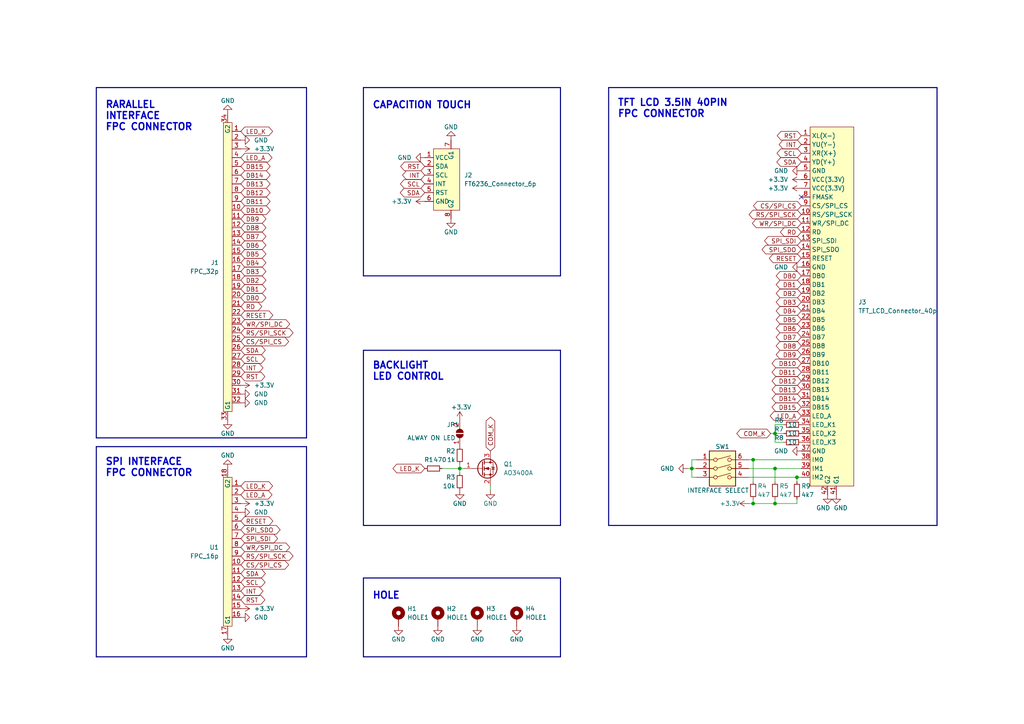
<source format=kicad_sch>
(kicad_sch (version 20211123) (generator eeschema)
  (paper "A4")
  (lib_symbols
    (symbol "Device:R_Small" (pin_numbers hide) (pin_names (offset 0.254) hide)
      (property "Reference" "R" (at 0.762 0.508 0))
      (property "Value" "R_Small" (at 0.762 -1.016 0))
      (symbol "R_Small_0_1"
        (rectangle (start -0.762 1.778) (end 0.762 -1.778) (stroke (width 0.2032)))
      )
      (symbol "R_Small_1_1"
        (pin passive line (at 0 2.54 270) (length 0.762) (name "~") (number "1"))
        (pin passive line (at 0 -2.54 90) (length 0.762) (name "~") (number "2"))
      )
    )
    (symbol "FPC_Connector:FPC_16p"
      (property "Reference" "U" (at -6.35 1.27 0))
      (property "Value" "FPC_16p" (at -6.35 -1.27 0))
      (symbol "FPC_16p_0_1"
        (rectangle (start -1.27 21.59) (end 1.27 -21.59) (fill (type background)))
      )
      (symbol "FPC_16p_1_1"
        (pin input line (at 3.81 19.05 180) (length 2.54) (name "") (number "1"))
        (pin input line (at 3.81 -3.81 180) (length 2.54) (name "") (number "10"))
        (pin input line (at 3.81 -6.35 180) (length 2.54) (name "") (number "11"))
        (pin input line (at 3.81 -8.89 180) (length 2.54) (name "") (number "12"))
        (pin input line (at 3.81 -11.43 180) (length 2.54) (name "") (number "13"))
        (pin input line (at 3.81 -13.97 180) (length 2.54) (name "") (number "14"))
        (pin input line (at 3.81 -16.51 180) (length 2.54) (name "") (number "15"))
        (pin input line (at 3.81 -19.05 180) (length 2.54) (name "") (number "16"))
        (pin input line (at 0 -24.13 90) (length 2.54) (name "G1") (number "17"))
        (pin input line (at 0 24.13 270) (length 2.54) (name "G2") (number "18"))
        (pin input line (at 3.81 16.51 180) (length 2.54) (name "") (number "2"))
        (pin input line (at 3.81 13.97 180) (length 2.54) (name "") (number "3"))
        (pin input line (at 3.81 11.43 180) (length 2.54) (name "") (number "4"))
        (pin input line (at 3.81 8.89 180) (length 2.54) (name "") (number "5"))
        (pin input line (at 3.81 6.35 180) (length 2.54) (name "") (number "6"))
        (pin input line (at 3.81 3.81 180) (length 2.54) (name "") (number "7"))
        (pin input line (at 3.81 1.27 180) (length 2.54) (name "") (number "8"))
        (pin input line (at 3.81 -1.27 180) (length 2.54) (name "") (number "9"))
      )
    )
    (symbol "FPC_Connector:FPC_32p"
      (property "Reference" "J" (at -6.35 1.27 0))
      (property "Value" "FPC_32p" (at -6.35 -1.27 0))
      (symbol "FPC_32p_0_1"
        (rectangle (start -1.27 39.37) (end 1.27 -44.45) (fill (type background)))
      )
      (symbol "FPC_32p_1_1"
        (pin input line (at 3.81 36.83 180) (length 2.54) (name "") (number "1"))
        (pin input line (at 3.81 13.97 180) (length 2.54) (name "") (number "10"))
        (pin input line (at 3.81 11.43 180) (length 2.54) (name "") (number "11"))
        (pin input line (at 3.81 8.89 180) (length 2.54) (name "") (number "12"))
        (pin input line (at 3.81 6.35 180) (length 2.54) (name "") (number "13"))
        (pin input line (at 3.81 3.81 180) (length 2.54) (name "") (number "14"))
        (pin input line (at 3.81 1.27 180) (length 2.54) (name "") (number "15"))
        (pin input line (at 3.81 -1.27 180) (length 2.54) (name "") (number "16"))
        (pin input line (at 3.81 -3.81 180) (length 2.54) (name "") (number "17"))
        (pin input line (at 3.81 -6.35 180) (length 2.54) (name "") (number "18"))
        (pin input line (at 3.81 -8.89 180) (length 2.54) (name "") (number "19"))
        (pin input line (at 3.81 34.29 180) (length 2.54) (name "") (number "2"))
        (pin input line (at 3.81 -11.43 180) (length 2.54) (name "") (number "20"))
        (pin input line (at 3.81 -13.97 180) (length 2.54) (name "") (number "21"))
        (pin input line (at 3.81 -16.51 180) (length 2.54) (name "") (number "22"))
        (pin input line (at 3.81 -19.05 180) (length 2.54) (name "") (number "23"))
        (pin input line (at 3.81 -21.59 180) (length 2.54) (name "") (number "24"))
        (pin input line (at 3.81 -24.13 180) (length 2.54) (name "") (number "25"))
        (pin input line (at 3.81 -26.67 180) (length 2.54) (name "") (number "26"))
        (pin input line (at 3.81 -29.21 180) (length 2.54) (name "") (number "27"))
        (pin input line (at 3.81 -31.75 180) (length 2.54) (name "") (number "28"))
        (pin input line (at 3.81 -34.29 180) (length 2.54) (name "") (number "29"))
        (pin input line (at 3.81 31.75 180) (length 2.54) (name "") (number "3"))
        (pin input line (at 3.81 -36.83 180) (length 2.54) (name "") (number "30"))
        (pin input line (at 3.81 -39.37 180) (length 2.54) (name "") (number "31"))
        (pin input line (at 3.81 -41.91 180) (length 2.54) (name "") (number "32"))
        (pin input line (at 0 -46.99 90) (length 2.54) (name "G1") (number "33"))
        (pin input line (at 0 41.91 270) (length 2.54) (name "G2") (number "34"))
        (pin input line (at 3.81 29.21 180) (length 2.54) (name "") (number "4"))
        (pin input line (at 3.81 26.67 180) (length 2.54) (name "") (number "5"))
        (pin input line (at 3.81 24.13 180) (length 2.54) (name "") (number "6"))
        (pin input line (at 3.81 21.59 180) (length 2.54) (name "") (number "7"))
        (pin input line (at 3.81 19.05 180) (length 2.54) (name "") (number "8"))
        (pin input line (at 3.81 16.51 180) (length 2.54) (name "") (number "9"))
      )
    )
    (symbol "Jumper:SolderJumper_2_Open" (pin_names (offset 0) hide)
      (property "Reference" "JP" (at 0 2.032 0))
      (property "Value" "SolderJumper_2_Open" (at 0 -2.54 0))
      (symbol "SolderJumper_2_Open_0_1"
        (arc (start -0.254 1.016) (mid -1.27 0) (end -0.254 -1.016))
        (arc (start -0.254 1.016) (mid -1.27 0) (end -0.254 -1.016) (fill (type outline)))
        (polyline (pts (xy -0.254 1.016) (xy -0.254 -1.016)))
        (polyline (pts (xy 0.254 1.016) (xy 0.254 -1.016)))
        (arc (start 0.254 -1.016) (mid 1.27 0) (end 0.254 1.016))
        (arc (start 0.254 -1.016) (mid 1.27 0) (end 0.254 1.016) (fill (type outline)))
      )
      (symbol "SolderJumper_2_Open_1_1"
        (pin passive line (at -3.81 0 0) (length 2.54) (name "A") (number "1"))
        (pin passive line (at 3.81 0 180) (length 2.54) (name "B") (number "2"))
      )
    )
    (symbol "Mechanical:MountingHole_Pad" (pin_numbers hide) (pin_names (offset 1.016) hide)
      (property "Reference" "H" (at 0 6.35 0))
      (property "Value" "MountingHole_Pad" (at 0 4.445 0))
      (symbol "MountingHole_Pad_0_1"
        (circle (center 0 1.27) (radius 1.27) (stroke (width 1.27)))
      )
      (symbol "MountingHole_Pad_1_1"
        (pin input line (at 0 -2.54 90) (length 2.54) (name "1") (number "1"))
      )
    )
    (symbol "Switch:SW_DIP_x03" (pin_names (offset 0) hide)
      (property "Reference" "SW" (at 0 8.89 0))
      (property "Value" "SW_DIP_x03" (at 0 -3.81 0))
      (symbol "SW_DIP_x03_0_0"
        (circle (center -2.032 0) (radius 0.508))
        (circle (center -2.032 2.54) (radius 0.508))
        (circle (center -2.032 5.08) (radius 0.508))
        (polyline (pts (xy -1.524 0.127) (xy 2.3622 1.1684)))
        (polyline (pts (xy -1.524 2.667) (xy 2.3622 3.7084)))
        (polyline (pts (xy -1.524 5.207) (xy 2.3622 6.2484)))
        (circle (center 2.032 0) (radius 0.508))
        (circle (center 2.032 2.54) (radius 0.508))
        (circle (center 2.032 5.08) (radius 0.508))
      )
      (symbol "SW_DIP_x03_0_1"
        (rectangle (start -3.81 7.62) (end 3.81 -2.54) (stroke (width 0.254)) (fill (type background)))
      )
      (symbol "SW_DIP_x03_1_1"
        (pin passive line (at -7.62 5.08 0) (length 5.08) (name "~") (number "1"))
        (pin passive line (at -7.62 2.54 0) (length 5.08) (name "~") (number "2"))
        (pin passive line (at -7.62 0 0) (length 5.08) (name "~") (number "3"))
        (pin passive line (at 7.62 0 180) (length 5.08) (name "~") (number "4"))
        (pin passive line (at 7.62 2.54 180) (length 5.08) (name "~") (number "5"))
        (pin passive line (at 7.62 5.08 180) (length 5.08) (name "~") (number "6"))
      )
    )
    (symbol "TFT_LCD_Connector:TFT_LCD_Connector_40p"
      (property "Reference" "J" (at 0 52.07 0))
      (property "Value" "TFT_LCD_Connector_40p" (at 0 50.8 0))
      (symbol "TFT_LCD_Connector_40p_0_1"
        (rectangle (start -6.35 49.53) (end 6.35 -54.61) (fill (type background)))
      )
      (symbol "TFT_LCD_Connector_40p_1_1"
        (pin input line (at 8.89 46.99 180) (length 2.54) (name "XL(X-)") (number "1"))
        (pin input line (at 8.89 24.13 180) (length 2.54) (name "RS/SPI_SCK") (number "10"))
        (pin input line (at 8.89 21.59 180) (length 2.54) (name "WR/SPI_DC") (number "11"))
        (pin input line (at 8.89 19.05 180) (length 2.54) (name "RD") (number "12"))
        (pin input line (at 8.89 16.51 180) (length 2.54) (name "SPI_SDI") (number "13"))
        (pin input line (at 8.89 13.97 180) (length 2.54) (name "SPI_SDO") (number "14"))
        (pin input line (at 8.89 11.43 180) (length 2.54) (name "RESET") (number "15"))
        (pin input line (at 8.89 8.89 180) (length 2.54) (name "GND") (number "16"))
        (pin input line (at 8.89 6.35 180) (length 2.54) (name "DB0") (number "17"))
        (pin input line (at 8.89 3.81 180) (length 2.54) (name "DB1") (number "18"))
        (pin input line (at 8.89 1.27 180) (length 2.54) (name "DB2") (number "19"))
        (pin input line (at 8.89 44.45 180) (length 2.54) (name "YU(Y-)") (number "2"))
        (pin input line (at 8.89 -1.27 180) (length 2.54) (name "DB3") (number "20"))
        (pin input line (at 8.89 -3.81 180) (length 2.54) (name "DB4") (number "21"))
        (pin input line (at 8.89 -6.35 180) (length 2.54) (name "DB5") (number "22"))
        (pin input line (at 8.89 -8.89 180) (length 2.54) (name "DB6") (number "23"))
        (pin input line (at 8.89 -11.43 180) (length 2.54) (name "DB7") (number "24"))
        (pin input line (at 8.89 -13.97 180) (length 2.54) (name "DB8") (number "25"))
        (pin input line (at 8.89 -16.51 180) (length 2.54) (name "DB9") (number "26"))
        (pin input line (at 8.89 -19.05 180) (length 2.54) (name "DB10") (number "27"))
        (pin input line (at 8.89 -21.59 180) (length 2.54) (name "DB11") (number "28"))
        (pin input line (at 8.89 -24.13 180) (length 2.54) (name "DB12") (number "29"))
        (pin input line (at 8.89 41.91 180) (length 2.54) (name "XR(X+)") (number "3"))
        (pin input line (at 8.89 -26.67 180) (length 2.54) (name "DB13") (number "30"))
        (pin input line (at 8.89 -29.21 180) (length 2.54) (name "DB14") (number "31"))
        (pin input line (at 8.89 -31.75 180) (length 2.54) (name "DB15") (number "32"))
        (pin input line (at 8.89 -34.29 180) (length 2.54) (name "LED_A") (number "33"))
        (pin input line (at 8.89 -36.83 180) (length 2.54) (name "LED_K1") (number "34"))
        (pin input line (at 8.89 -39.37 180) (length 2.54) (name "LED_K2") (number "35"))
        (pin input line (at 8.89 -41.91 180) (length 2.54) (name "LED_K3") (number "36"))
        (pin input line (at 8.89 -44.45 180) (length 2.54) (name "GND") (number "37"))
        (pin input line (at 8.89 -46.99 180) (length 2.54) (name "IM0") (number "38"))
        (pin input line (at 8.89 -49.53 180) (length 2.54) (name "IM1") (number "39"))
        (pin input line (at 8.89 39.37 180) (length 2.54) (name "YD(Y+)") (number "4"))
        (pin input line (at 8.89 -52.07 180) (length 2.54) (name "IM2") (number "40"))
        (pin input line (at -1.27 -57.15 90) (length 2.54) (name "G1") (number "41"))
        (pin input line (at 1.27 -57.15 90) (length 2.54) (name "G2") (number "42"))
        (pin input line (at 8.89 36.83 180) (length 2.54) (name "GND") (number "5"))
        (pin input line (at 8.89 34.29 180) (length 2.54) (name "VCC(3.3V)") (number "6"))
        (pin input line (at 8.89 31.75 180) (length 2.54) (name "VCC(3.3V)") (number "7"))
        (pin input line (at 8.89 29.21 180) (length 2.54) (name "FMASK") (number "8"))
        (pin input line (at 8.89 26.67 180) (length 2.54) (name "CS/SPI_CS") (number "9"))
      )
    )
    (symbol "TOUCH_FT6236:FT6236_Connector_6p"
      (property "Reference" "J" (at 0 15.24 0))
      (property "Value" "FT6236_Connector_6p" (at 0 13.97 0))
      (symbol "FT6236_Connector_6p_0_1"
        (rectangle (start -3.81 8.89) (end 3.81 -8.89) (fill (type background)))
      )
      (symbol "FT6236_Connector_6p_1_1"
        (pin input line (at 6.35 6.35 180) (length 2.54) (name "VCC") (number "1"))
        (pin input line (at 6.35 3.81 180) (length 2.54) (name "SDA") (number "2"))
        (pin input line (at 6.35 1.27 180) (length 2.54) (name "SCL") (number "3"))
        (pin input line (at 6.35 -1.27 180) (length 2.54) (name "INT") (number "4"))
        (pin input line (at 6.35 -3.81 180) (length 2.54) (name "RST") (number "5"))
        (pin input line (at 6.35 -6.35 180) (length 2.54) (name "GND") (number "6"))
        (pin input line (at -1.27 11.43 270) (length 2.54) (name "G1") (number "7"))
        (pin input line (at -1.27 -11.43 90) (length 2.54) (name "G2") (number "8"))
      )
    )
    (symbol "Transistor_FET:AO3400A" (pin_names hide)
      (property "Reference" "Q" (at 5.08 1.905 0))
      (property "Value" "AO3400A" (at 5.08 0 0))
      (symbol "AO3400A_0_1"
        (polyline (pts (xy 0.254 0) (xy -2.54 0)))
        (polyline (pts (xy 0.254 1.905) (xy 0.254 -1.905)) (stroke (width 0.254)))
        (polyline (pts (xy 0.762 -1.27) (xy 0.762 -2.286)) (stroke (width 0.254)))
        (polyline (pts (xy 0.762 0.508) (xy 0.762 -0.508)) (stroke (width 0.254)))
        (polyline (pts (xy 0.762 2.286) (xy 0.762 1.27)) (stroke (width 0.254)))
        (polyline (pts (xy 2.54 2.54) (xy 2.54 1.778)))
        (polyline (pts (xy 2.54 -2.54) (xy 2.54 0) (xy 0.762 0)))
        (polyline (pts (xy 0.762 -1.778) (xy 3.302 -1.778) (xy 3.302 1.778) (xy 0.762 1.778)))
        (polyline (pts (xy 1.016 0) (xy 2.032 0.381) (xy 2.032 -0.381) (xy 1.016 0)) (fill (type outline)))
        (polyline (pts (xy 2.794 0.508) (xy 2.921 0.381) (xy 3.683 0.381) (xy 3.81 0.254)))
        (polyline (pts (xy 3.302 0.381) (xy 2.921 -0.254) (xy 3.683 -0.254) (xy 3.302 0.381)))
        (circle (center 1.651 0) (radius 2.794) (stroke (width 0.254)))
        (circle (center 2.54 -1.778) (radius 0.254) (fill (type outline)))
        (circle (center 2.54 1.778) (radius 0.254) (fill (type outline)))
      )
      (symbol "AO3400A_1_1"
        (pin input line (at -5.08 0 0) (length 2.54) (name "G") (number "1"))
        (pin passive line (at 2.54 -5.08 90) (length 2.54) (name "S") (number "2"))
        (pin passive line (at 2.54 5.08 270) (length 2.54) (name "D") (number "3"))
      )
    )
    (symbol "power:+3.3V" (power) (pin_names (offset 0))
      (property "Value" "+3.3V" (at 0 3.556 0))
      (symbol "+3.3V_0_1"
        (polyline (pts (xy -0.762 1.27) (xy 0 2.54)))
        (polyline (pts (xy 0 0) (xy 0 2.54)))
        (polyline (pts (xy 0 2.54) (xy 0.762 1.27)))
      )
      (symbol "+3.3V_1_1"
        (pin power_in line (at 0 0 90) (length 0) hide (name "+3.3V") (number "1"))
      )
    )
    (symbol "power:GND" (power) (pin_names (offset 0))
      (property "Value" "GND" (at 0 -3.81 0))
      (symbol "GND_0_1"
        (polyline (pts (xy 0 0) (xy 0 -1.27) (xy 1.27 -1.27) (xy 0 -2.54) (xy -1.27 -1.27) (xy 0 -1.27)))
      )
      (symbol "GND_1_1"
        (pin power_in line (at 0 0 270) (length 0) hide (name "GND") (number "1"))
      )
    )
  )
  (junction (at 224.79 135.89))
  (junction (at 224.79 125.73))
  (junction (at 200.66 135.89))
  (junction (at 218.44 133.35))
  (junction (at 218.44 146.05))
  (junction (at 224.79 146.05))
  (junction (at 133.35 135.89))
  (junction (at 231.14 138.43))
  (no_connect (at 232.41 57.15))
  (wire (pts (xy 200.66 133.35) (xy 201.93 133.35)))
  (wire (pts (xy 218.44 133.35) (xy 232.41 133.35)))
  (wire (pts (xy 199.39 135.89) (xy 200.66 135.89)))
  (bus (pts (xy 27.94 25.4) (xy 27.94 127)))
  (wire (pts (xy 218.44 146.05) (xy 218.44 144.78)))
  (wire (pts (xy 142.24 142.24) (xy 142.24 140.97)))
  (wire (pts (xy 224.79 135.89) (xy 232.41 135.89)))
  (wire (pts (xy 231.14 138.43) (xy 232.41 138.43)))
  (bus (pts (xy 105.41 101.6) (xy 105.41 152.4)))
  (bus (pts (xy 88.9 129.54) (xy 88.9 190.5)))
  (wire (pts (xy 224.79 125.73) (xy 227.33 125.73)))
  (wire (pts (xy 224.79 123.19) (xy 227.33 123.19)))
  (wire (pts (xy 133.35 135.89) (xy 134.62 135.89)))
  (bus (pts (xy 271.78 25.4) (xy 271.78 152.4)))
  (bus (pts (xy 105.41 152.4) (xy 162.56 152.4)))
  (wire (pts (xy 231.14 146.05) (xy 224.79 146.05)))
  (bus (pts (xy 27.94 129.54) (xy 27.94 190.5)))
  (bus (pts (xy 162.56 101.6) (xy 105.41 101.6)))
  (wire (pts (xy 224.79 146.05) (xy 218.44 146.05)))
  (bus (pts (xy 105.41 167.64) (xy 162.56 167.64)))
  (bus (pts (xy 271.78 25.4) (xy 176.53 25.4)))
  (wire (pts (xy 201.93 138.43) (xy 200.66 138.43)))
  (wire (pts (xy 217.17 135.89) (xy 224.79 135.89)))
  (bus (pts (xy 176.53 152.4) (xy 271.78 152.4)))
  (wire (pts (xy 227.33 128.27) (xy 224.79 128.27)))
  (wire (pts (xy 231.14 144.78) (xy 231.14 146.05)))
  (bus (pts (xy 88.9 190.5) (xy 27.94 190.5)))
  (bus (pts (xy 27.94 129.54) (xy 88.9 129.54)))
  (bus (pts (xy 162.56 152.4) (xy 162.56 101.6)))
  (wire (pts (xy 224.79 144.78) (xy 224.79 146.05)))
  (bus (pts (xy 105.41 25.4) (xy 105.41 80.01)))
  (bus (pts (xy 27.94 127) (xy 88.9 127)))
  (bus (pts (xy 162.56 25.4) (xy 105.41 25.4)))
  (wire (pts (xy 231.14 138.43) (xy 231.14 139.7)))
  (bus (pts (xy 162.56 167.64) (xy 162.56 190.5)))
  (wire (pts (xy 218.44 133.35) (xy 218.44 139.7)))
  (wire (pts (xy 217.17 146.05) (xy 218.44 146.05)))
  (wire (pts (xy 133.35 135.89) (xy 133.35 137.16)))
  (wire (pts (xy 200.66 135.89) (xy 201.93 135.89)))
  (bus (pts (xy 162.56 190.5) (xy 105.41 190.5)))
  (bus (pts (xy 176.53 25.4) (xy 176.53 152.4)))
  (wire (pts (xy 133.35 134.62) (xy 133.35 135.89)))
  (wire (pts (xy 224.79 128.27) (xy 224.79 125.73)))
  (wire (pts (xy 224.79 135.89) (xy 224.79 139.7)))
  (wire (pts (xy 200.66 138.43) (xy 200.66 135.89)))
  (wire (pts (xy 128.27 135.89) (xy 133.35 135.89)))
  (wire (pts (xy 223.52 125.73) (xy 224.79 125.73)))
  (bus (pts (xy 105.41 167.64) (xy 105.41 190.5)))
  (bus (pts (xy 162.56 80.01) (xy 162.56 25.4)))
  (wire (pts (xy 224.79 125.73) (xy 224.79 123.19)))
  (bus (pts (xy 88.9 25.4) (xy 88.9 127)))
  (bus (pts (xy 105.41 80.01) (xy 162.56 80.01)))
  (wire (pts (xy 200.66 135.89) (xy 200.66 133.35)))
  (wire (pts (xy 217.17 133.35) (xy 218.44 133.35)))
  (bus (pts (xy 88.9 25.4) (xy 27.94 25.4)))
  (wire (pts (xy 217.17 138.43) (xy 231.14 138.43)))
  (text "BACKLIGHT \nLED CONTROL" (at 107.95 110.49 0) (effects (font (size 2 2) bold) (justify left bottom)))
  (text "SPI INTERFACE\nFPC CONNECTOR" (at 30.48 138.43 0) (effects (font (size 2 2) bold) (justify left bottom)))
  (text "CAPACITION TOUCH" (at 107.95 31.75 0) (effects (font (size 2 2) bold) (justify left bottom)))
  (text "HOLE" (at 107.95 173.99 0) (effects (font (size 2 2) bold) (justify left bottom)))
  (text "RARALLEL\nINTERFACE\nFPC CONNECTOR" (at 30.48 38.1 0) (effects (font (size 2 2) bold) (justify left bottom)))
  (text "TFT LCD 3.5IN 40PIN \nFPC CONNECTOR" (at 179.07 34.29 0) (effects (font (size 2 2) (thickness 0.4) bold) (justify left bottom)))
  (global_label "DB5" (shape bidirectional) (at 69.85 73.66 0) (property "Intersheet References" "${INTERSHEET_REFS}" (effects hide)))
  (global_label "DB7" (shape bidirectional) (at 69.85 68.58 0) (property "Intersheet References" "${INTERSHEET_REFS}" (effects hide)))
  (global_label "DB1" (shape bidirectional) (at 69.85 83.82 0) (property "Intersheet References" "${INTERSHEET_REFS}" (effects hide)))
  (global_label "SPI_SDI" (shape bidirectional) (at 69.85 156.21 0) (property "Intersheet References" "${INTERSHEET_REFS}" (effects hide)))
  (global_label "DB11" (shape bidirectional) (at 69.85 58.42 0) (property "Intersheet References" "${INTERSHEET_REFS}" (effects hide)))
  (global_label "SDA" (shape bidirectional) (at 123.19 55.88 180) (property "Intersheet References" "${INTERSHEET_REFS}" (effects hide)))
  (global_label "RESET" (shape bidirectional) (at 69.85 151.13 0) (property "Intersheet References" "${INTERSHEET_REFS}" (effects hide)))
  (global_label "DB9" (shape bidirectional) (at 69.85 63.5 0) (property "Intersheet References" "${INTERSHEET_REFS}" (effects hide)))
  (global_label "DB9" (shape bidirectional) (at 232.41 102.87 180) (property "Intersheet References" "${INTERSHEET_REFS}" (effects hide)))
  (global_label "DB10" (shape bidirectional) (at 69.85 60.96 0) (property "Intersheet References" "${INTERSHEET_REFS}" (effects hide)))
  (global_label "DB13" (shape bidirectional) (at 69.85 53.34 0) (property "Intersheet References" "${INTERSHEET_REFS}" (effects hide)))
  (global_label "INT" (shape bidirectional) (at 123.19 50.8 180) (property "Intersheet References" "${INTERSHEET_REFS}" (effects hide)))
  (global_label "DB2" (shape bidirectional) (at 232.41 85.09 180) (property "Intersheet References" "${INTERSHEET_REFS}" (effects hide)))
  (global_label "SCL" (shape bidirectional) (at 69.85 168.91 0) (property "Intersheet References" "${INTERSHEET_REFS}" (effects hide)))
  (global_label "WR{slash}SPI_DC" (shape bidirectional) (at 232.41 64.77 180) (property "Intersheet References" "${INTERSHEET_REFS}" (effects hide)))
  (global_label "DB15" (shape bidirectional) (at 69.85 48.26 0) (property "Intersheet References" "${INTERSHEET_REFS}" (effects hide)))
  (global_label "SDA" (shape bidirectional) (at 69.85 101.6 0) (property "Intersheet References" "${INTERSHEET_REFS}" (effects hide)))
  (global_label "DB6" (shape bidirectional) (at 232.41 95.25 180) (property "Intersheet References" "${INTERSHEET_REFS}" (effects hide)))
  (global_label "RST" (shape bidirectional) (at 69.85 173.99 0) (property "Intersheet References" "${INTERSHEET_REFS}" (effects hide)))
  (global_label "DB0" (shape bidirectional) (at 69.85 86.36 0) (property "Intersheet References" "${INTERSHEET_REFS}" (effects hide)))
  (global_label "DB4" (shape bidirectional) (at 232.41 90.17 180) (property "Intersheet References" "${INTERSHEET_REFS}" (effects hide)))
  (global_label "DB12" (shape bidirectional) (at 69.85 55.88 0) (property "Intersheet References" "${INTERSHEET_REFS}" (effects hide)))
  (global_label "DB1" (shape bidirectional) (at 232.41 82.55 180) (property "Intersheet References" "${INTERSHEET_REFS}" (effects hide)))
  (global_label "INT" (shape bidirectional) (at 69.85 106.68 0) (property "Intersheet References" "${INTERSHEET_REFS}" (effects hide)))
  (global_label "LED_A" (shape bidirectional) (at 69.85 45.72 0) (property "Intersheet References" "${INTERSHEET_REFS}" (effects hide)))
  (global_label "WR{slash}SPI_DC" (shape bidirectional) (at 69.85 158.75 0) (property "Intersheet References" "${INTERSHEET_REFS}" (effects hide)))
  (global_label "DB14" (shape bidirectional) (at 232.41 115.57 180) (property "Intersheet References" "${INTERSHEET_REFS}" (effects hide)))
  (global_label "COM_K" (shape bidirectional) (at 223.52 125.73 180) (property "Intersheet References" "${INTERSHEET_REFS}" (effects hide)))
  (global_label "SCL" (shape bidirectional) (at 69.85 104.14 0) (property "Intersheet References" "${INTERSHEET_REFS}" (effects hide)))
  (global_label "DB13" (shape bidirectional) (at 232.41 113.03 180) (property "Intersheet References" "${INTERSHEET_REFS}" (effects hide)))
  (global_label "DB4" (shape bidirectional) (at 69.85 76.2 0) (property "Intersheet References" "${INTERSHEET_REFS}" (effects hide)))
  (global_label "DB8" (shape bidirectional) (at 69.85 66.04 0) (property "Intersheet References" "${INTERSHEET_REFS}" (effects hide)))
  (global_label "DB3" (shape bidirectional) (at 232.41 87.63 180) (property "Intersheet References" "${INTERSHEET_REFS}" (effects hide)))
  (global_label "CS{slash}SPI_CS" (shape bidirectional) (at 69.85 163.83 0) (property "Intersheet References" "${INTERSHEET_REFS}" (effects hide)))
  (global_label "RST" (shape bidirectional) (at 123.19 48.26 180) (property "Intersheet References" "${INTERSHEET_REFS}" (effects hide)))
  (global_label "INT" (shape bidirectional) (at 69.85 171.45 0) (property "Intersheet References" "${INTERSHEET_REFS}" (effects hide)))
  (global_label "DB10" (shape bidirectional) (at 232.41 105.41 180) (property "Intersheet References" "${INTERSHEET_REFS}" (effects hide)))
  (global_label "COM_K" (shape bidirectional) (at 142.24 130.81 90) (property "Intersheet References" "${INTERSHEET_REFS}" (effects hide)))
  (global_label "LED_A" (shape bidirectional) (at 69.85 143.51 0) (property "Intersheet References" "${INTERSHEET_REFS}" (effects hide)))
  (global_label "DB3" (shape bidirectional) (at 69.85 78.74 0) (property "Intersheet References" "${INTERSHEET_REFS}" (effects hide)))
  (global_label "LED_A" (shape bidirectional) (at 232.41 120.65 180) (property "Intersheet References" "${INTERSHEET_REFS}" (effects hide)))
  (global_label "DB8" (shape bidirectional) (at 232.41 100.33 180) (property "Intersheet References" "${INTERSHEET_REFS}" (effects hide)))
  (global_label "LED_K" (shape bidirectional) (at 69.85 38.1 0) (property "Intersheet References" "${INTERSHEET_REFS}" (effects hide)))
  (global_label "RS{slash}SPI_SCK" (shape bidirectional) (at 232.41 62.23 180) (property "Intersheet References" "${INTERSHEET_REFS}" (effects hide)))
  (global_label "LED_K" (shape bidirectional) (at 69.85 140.97 0) (property "Intersheet References" "${INTERSHEET_REFS}" (effects hide)))
  (global_label "DB15" (shape bidirectional) (at 232.41 118.11 180) (property "Intersheet References" "${INTERSHEET_REFS}" (effects hide)))
  (global_label "WR{slash}SPI_DC" (shape bidirectional) (at 69.85 93.98 0) (property "Intersheet References" "${INTERSHEET_REFS}" (effects hide)))
  (global_label "SPI_SDO" (shape bidirectional) (at 69.85 153.67 0) (property "Intersheet References" "${INTERSHEET_REFS}" (effects hide)))
  (global_label "DB11" (shape bidirectional) (at 232.41 107.95 180) (property "Intersheet References" "${INTERSHEET_REFS}" (effects hide)))
  (global_label "INT" (shape bidirectional) (at 232.41 41.91 180) (property "Intersheet References" "${INTERSHEET_REFS}" (effects hide)))
  (global_label "RST" (shape bidirectional) (at 69.85 109.22 0) (property "Intersheet References" "${INTERSHEET_REFS}" (effects hide)))
  (global_label "RESET" (shape bidirectional) (at 69.85 91.44 0) (property "Intersheet References" "${INTERSHEET_REFS}" (effects hide)))
  (global_label "DB7" (shape bidirectional) (at 232.41 97.79 180) (property "Intersheet References" "${INTERSHEET_REFS}" (effects hide)))
  (global_label "DB14" (shape bidirectional) (at 69.85 50.8 0) (property "Intersheet References" "${INTERSHEET_REFS}" (effects hide)))
  (global_label "SDA" (shape bidirectional) (at 69.85 166.37 0) (property "Intersheet References" "${INTERSHEET_REFS}" (effects hide)))
  (global_label "RS{slash}SPI_SCK" (shape bidirectional) (at 69.85 96.52 0) (property "Intersheet References" "${INTERSHEET_REFS}" (effects hide)))
  (global_label "SDA" (shape bidirectional) (at 232.41 46.99 180) (property "Intersheet References" "${INTERSHEET_REFS}" (effects hide)))
  (global_label "RESET" (shape bidirectional) (at 232.41 74.93 180) (property "Intersheet References" "${INTERSHEET_REFS}" (effects hide)))
  (global_label "SPI_SDI" (shape bidirectional) (at 232.41 69.85 180) (property "Intersheet References" "${INTERSHEET_REFS}" (effects hide)))
  (global_label "SCL" (shape bidirectional) (at 123.19 53.34 180) (property "Intersheet References" "${INTERSHEET_REFS}" (effects hide)))
  (global_label "CS{slash}SPI_CS" (shape bidirectional) (at 69.85 99.06 0) (property "Intersheet References" "${INTERSHEET_REFS}" (effects hide)))
  (global_label "CS{slash}SPI_CS" (shape bidirectional) (at 232.41 59.69 180) (property "Intersheet References" "${INTERSHEET_REFS}" (effects hide)))
  (global_label "RD" (shape bidirectional) (at 232.41 67.31 180) (property "Intersheet References" "${INTERSHEET_REFS}" (effects hide)))
  (global_label "DB12" (shape bidirectional) (at 232.41 110.49 180) (property "Intersheet References" "${INTERSHEET_REFS}" (effects hide)))
  (global_label "DB0" (shape bidirectional) (at 232.41 80.01 180) (property "Intersheet References" "${INTERSHEET_REFS}" (effects hide)))
  (global_label "SCL" (shape bidirectional) (at 232.41 44.45 180) (property "Intersheet References" "${INTERSHEET_REFS}" (effects hide)))
  (global_label "RST" (shape bidirectional) (at 232.41 39.37 180) (property "Intersheet References" "${INTERSHEET_REFS}" (effects hide)))
  (global_label "DB5" (shape bidirectional) (at 232.41 92.71 180) (property "Intersheet References" "${INTERSHEET_REFS}" (effects hide)))
  (global_label "SPI_SDO" (shape bidirectional) (at 232.41 72.39 180) (property "Intersheet References" "${INTERSHEET_REFS}" (effects hide)))
  (global_label "DB6" (shape bidirectional) (at 69.85 71.12 0) (property "Intersheet References" "${INTERSHEET_REFS}" (effects hide)))
  (global_label "DB2" (shape bidirectional) (at 69.85 81.28 0) (property "Intersheet References" "${INTERSHEET_REFS}" (effects hide)))
  (global_label "RS{slash}SPI_SCK" (shape bidirectional) (at 69.85 161.29 0) (property "Intersheet References" "${INTERSHEET_REFS}" (effects hide)))
  (global_label "RD" (shape bidirectional) (at 69.85 88.9 0) (property "Intersheet References" "${INTERSHEET_REFS}" (effects hide)))
  (global_label "LED_K" (shape bidirectional) (at 123.19 135.89 180) (property "Intersheet References" "${INTERSHEET_REFS}" (effects hide)))
  (symbol (lib_id "power:GND") (at 232.41 49.53 270) (unit 1)
    (property "Reference" "#PWR027" (effects hide))
    (property "Value" "GND" (at 228.6 49.5299 90) (effects (justify right)))
  )
  (symbol (lib_id "power:GND") (at 115.57 181.61 0) (unit 1)
    (property "Reference" "#PWR014" (effects hide))
    (property "Value" "GND" (at 115.57 185.42 0))
  )
  (symbol (lib_id "Device:R_Small") (at 231.14 142.24 0) (unit 1)
    (property "Reference" "R9" (at 232.41 140.97 0) (effects (justify left)))
    (property "Value" "4k7" (at 232.41 143.51 0) (effects (justify left)))
    (property "Footprint" "Resistor_SMD:R_0603_1608Metric" (effects hide))
  )
  (symbol (lib_id "Device:R_Small") (at 125.73 135.89 90) (unit 1)
    (property "Reference" "R1" (at 125.73 133.35 90) (effects (justify left)))
    (property "Value" "470" (at 129.54 133.35 90) (effects (justify left)))
    (property "Footprint" "Resistor_SMD:R_0603_1608Metric" (effects hide))
  )
  (symbol (lib_id "power:GND") (at 69.85 40.64 90) (unit 1)
    (property "Reference" "#PWR08" (effects hide))
    (property "Value" "GND" (at 73.66 40.6399 90) (effects (justify right)))
  )
  (symbol (lib_id "Switch:SW_DIP_x03") (at 209.55 138.43 0) (unit 1)
    (property "Reference" "SW1" (at 209.55 129.54 0))
    (property "Value" "INTERFACE SELECT" (at 208.28 142.24 0))
    (property "Footprint" "Button_Switch_SMD:SW_DIP_SPSTx03_Slide_KingTek_DSHP03TS_W7.62mm_P1.27mm" (effects hide))
  )
  (symbol (lib_id "Device:R_Small") (at 218.44 142.24 0) (unit 1)
    (property "Reference" "R4" (at 219.71 140.97 0) (effects (justify left)))
    (property "Value" "4k7" (at 219.71 143.51 0) (effects (justify left)))
    (property "Footprint" "Resistor_SMD:R_0603_1608Metric" (effects hide))
  )
  (symbol (lib_id "Device:R_Small") (at 224.79 142.24 0) (unit 1)
    (property "Reference" "R5" (at 226.06 140.97 0) (effects (justify left)))
    (property "Value" "4k7" (at 226.06 143.51 0) (effects (justify left)))
    (property "Footprint" "Resistor_SMD:R_0603_1608Metric" (effects hide))
  )
  (symbol (lib_id "Device:R_Small") (at 133.35 132.08 180) (unit 1)
    (property "Reference" "R2" (at 132.08 130.81 0) (effects (justify left)))
    (property "Value" "1k" (at 132.08 133.35 0) (effects (justify left)))
    (property "Footprint" "Resistor_SMD:R_0603_1608Metric" (effects hide))
  )
  (symbol (lib_id "Mechanical:MountingHole_Pad") (at 115.57 179.07 0) (unit 1)
    (property "Reference" "H1" (at 118.11 176.5299 0) (effects (justify left)))
    (property "Value" "HOLE1" (at 118.11 179.0699 0) (effects (justify left)))
    (property "Footprint" "MountingHole:MountingHole_3.2mm_M3_Pad_Via" (effects hide))
  )
  (symbol (lib_id "FPC_Connector:FPC_16p") (at 66.04 160.02 0) (unit 1)
    (property "Reference" "U1" (at 63.5 158.7499 0) (effects (justify right)))
    (property "Value" "FPC_16p" (at 63.5 161.2899 0) (effects (justify right)))
    (property "Footprint" "FPC_Connector:FPC_16p" (effects hide))
  )
  (symbol (lib_id "power:GND") (at 232.41 77.47 270) (unit 1)
    (property "Reference" "#PWR030" (effects hide))
    (property "Value" "GND" (at 228.6 77.4699 90) (effects (justify right)))
  )
  (symbol (lib_id "power:GND") (at 240.03 143.51 0) (unit 1)
    (property "Reference" "#PWR032" (effects hide))
    (property "Value" "GND" (at 238.76 147.32 0))
  )
  (symbol (lib_id "power:GND") (at 142.24 142.24 0) (unit 1)
    (property "Reference" "#PWR023" (effects hide))
    (property "Value" "GND" (at 142.24 146.05 0))
  )
  (symbol (lib_id "FPC_Connector:FPC_32p") (at 66.04 74.93 0) (unit 1)
    (property "Reference" "J1" (at 63.5 76.1999 0) (effects (justify right)))
    (property "Value" "FPC_32p" (at 63.5 78.7399 0) (effects (justify right)))
    (property "Footprint" "FPC_Connector:FPC_32p" (effects hide))
  )
  (symbol (lib_id "power:+3.3V") (at 69.85 176.53 270) (mirror x) (unit 1)
    (property "Reference" "#PWR011" (effects hide))
    (property "Value" "+3.3V" (at 73.66 176.53 90) (effects (justify left)))
  )
  (symbol (lib_id "power:GND") (at 133.35 142.24 0) (unit 1)
    (property "Reference" "#PWR021" (effects hide))
    (property "Value" "GND" (at 133.35 146.05 0))
  )
  (symbol (lib_id "power:GND") (at 69.85 148.59 90) (mirror x) (unit 1)
    (property "Reference" "#PWR012" (effects hide))
    (property "Value" "GND" (at 73.66 148.5901 90) (effects (justify right)))
  )
  (symbol (lib_id "Jumper:SolderJumper_2_Open") (at 133.35 125.73 90) (unit 1)
    (property "Reference" "JP1" (at 129.54 123.19 90) (effects (justify right)))
    (property "Value" "ALWAY ON LED" (at 118.11 127 90) (effects (justify right)))
    (property "Footprint" "Jumper:SolderJumper-2_P1.3mm_Open_RoundedPad1.0x1.5mm" (effects hide))
  )
  (symbol (lib_id "Mechanical:MountingHole_Pad") (at 127 179.07 0) (unit 1)
    (property "Reference" "H2" (at 129.54 176.5299 0) (effects (justify left)))
    (property "Value" "HOLE1" (at 129.54 179.0699 0) (effects (justify left)))
    (property "Footprint" "MountingHole:MountingHole_3.2mm_M3_Pad_Via" (effects hide))
  )
  (symbol (lib_id "TOUCH_FT6236:FT6236_Connector_6p") (at 129.54 52.07 0) (mirror y) (unit 1)
    (property "Reference" "J2" (at 134.62 50.7999 0) (effects (justify right)))
    (property "Value" "FT6236_Connector_6p" (at 134.62 53.3399 0) (effects (justify right)))
    (property "Footprint" "FPC_Connector:FPC_6p" (effects hide))
  )
  (symbol (lib_id "power:+3.3V") (at 217.17 146.05 90) (mirror x) (unit 1)
    (property "Reference" "#PWR026" (effects hide))
    (property "Value" "+3.3V" (at 214.63 146.05 90) (effects (justify left)))
  )
  (symbol (lib_id "power:GND") (at 66.04 121.92 0) (unit 1)
    (property "Reference" "#PWR02" (effects hide))
    (property "Value" "GND" (at 66.04 125.73 0))
  )
  (symbol (lib_id "power:+3.3V") (at 232.41 52.07 90) (unit 1)
    (property "Reference" "#PWR028" (effects hide))
    (property "Value" "+3.3V" (at 228.6 52.0699 90) (effects (justify left)))
  )
  (symbol (lib_id "power:+3.3V") (at 69.85 111.76 270) (mirror x) (unit 1)
    (property "Reference" "#PWR06" (effects hide))
    (property "Value" "+3.3V" (at 73.66 111.76 90) (effects (justify left)))
  )
  (symbol (lib_id "power:GND") (at 69.85 116.84 90) (mirror x) (unit 1)
    (property "Reference" "#PWR05" (effects hide))
    (property "Value" "GND" (at 73.66 116.8401 90) (effects (justify right)))
  )
  (symbol (lib_id "power:GND") (at 66.04 33.02 0) (mirror x) (unit 1)
    (property "Reference" "#PWR01" (effects hide))
    (property "Value" "GND" (at 66.04 29.21 0))
  )
  (symbol (lib_id "Mechanical:MountingHole_Pad") (at 149.86 179.07 0) (unit 1)
    (property "Reference" "H4" (at 152.4 176.5299 0) (effects (justify left)))
    (property "Value" "HOLE1" (at 152.4 179.0699 0) (effects (justify left)))
    (property "Footprint" "MountingHole:MountingHole_3.2mm_M3_Pad_Via" (effects hide))
  )
  (symbol (lib_id "power:GND") (at 66.04 135.89 0) (mirror x) (unit 1)
    (property "Reference" "#PWR03" (effects hide))
    (property "Value" "GND" (at 66.04 132.08 0))
  )
  (symbol (lib_id "power:GND") (at 199.39 135.89 270) (unit 1)
    (property "Reference" "#PWR025" (effects hide))
    (property "Value" "GND" (at 195.58 135.8899 90) (effects (justify right)))
  )
  (symbol (lib_id "power:+3.3V") (at 133.35 121.92 0) (unit 1)
    (property "Reference" "#PWR020" (effects hide))
    (property "Value" "+3.3V" (at 130.81 118.11 0) (effects (justify left)))
  )
  (symbol (lib_id "power:GND") (at 123.19 45.72 270) (mirror x) (unit 1)
    (property "Reference" "#PWR016" (effects hide))
    (property "Value" "GND" (at 119.38 45.7201 90) (effects (justify right)))
  )
  (symbol (lib_id "power:GND") (at 138.43 181.61 0) (unit 1)
    (property "Reference" "#PWR022" (effects hide))
    (property "Value" "GND" (at 138.43 185.42 0))
  )
  (symbol (lib_id "Mechanical:MountingHole_Pad") (at 138.43 179.07 0) (unit 1)
    (property "Reference" "H3" (at 140.97 176.5299 0) (effects (justify left)))
    (property "Value" "HOLE1" (at 140.97 179.0699 0) (effects (justify left)))
    (property "Footprint" "MountingHole:MountingHole_3.2mm_M3_Pad_Via" (effects hide))
  )
  (symbol (lib_id "power:+3.3V") (at 123.19 58.42 90) (mirror x) (unit 1)
    (property "Reference" "#PWR015" (effects hide))
    (property "Value" "+3.3V" (at 119.38 58.4201 90) (effects (justify left)))
  )
  (symbol (lib_id "power:+3.3V") (at 69.85 146.05 270) (mirror x) (unit 1)
    (property "Reference" "#PWR013" (effects hide))
    (property "Value" "+3.3V" (at 73.66 146.0501 90) (effects (justify left)))
  )
  (symbol (lib_id "Device:R_Small") (at 229.87 123.19 90) (unit 1)
    (property "Reference" "R6" (at 227.33 121.92 90) (effects (justify left)))
    (property "Value" "10" (at 231.14 123.19 90) (effects (justify left)))
    (property "Footprint" "Resistor_SMD:R_0805_2012Metric" (effects hide))
  )
  (symbol (lib_id "power:GND") (at 127 181.61 0) (unit 1)
    (property "Reference" "#PWR017" (effects hide))
    (property "Value" "GND" (at 127 185.42 0))
  )
  (symbol (lib_id "power:GND") (at 130.81 63.5 0) (unit 1)
    (property "Reference" "#PWR019" (effects hide))
    (property "Value" "GND" (at 130.81 67.31 0))
  )
  (symbol (lib_id "power:+3.3V") (at 232.41 54.61 90) (unit 1)
    (property "Reference" "#PWR029" (effects hide))
    (property "Value" "+3.3V" (at 228.6 54.6099 90) (effects (justify left)))
  )
  (symbol (lib_id "Device:R_Small") (at 229.87 128.27 90) (unit 1)
    (property "Reference" "R8" (at 227.33 127 90) (effects (justify left)))
    (property "Value" "10" (at 231.14 128.27 90) (effects (justify left)))
    (property "Footprint" "Resistor_SMD:R_0805_2012Metric" (effects hide))
  )
  (symbol (lib_id "Device:R_Small") (at 133.35 139.7 180) (unit 1)
    (property "Reference" "R3" (at 132.08 138.43 0) (effects (justify left)))
    (property "Value" "10k" (at 132.08 140.97 0) (effects (justify left)))
    (property "Footprint" "Resistor_SMD:R_0603_1608Metric" (effects hide))
  )
  (symbol (lib_id "power:GND") (at 232.41 130.81 270) (unit 1)
    (property "Reference" "#PWR031" (effects hide))
    (property "Value" "GND" (at 228.6 130.8099 90) (effects (justify right)))
  )
  (symbol (lib_id "power:GND") (at 149.86 181.61 0) (unit 1)
    (property "Reference" "#PWR024" (effects hide))
    (property "Value" "GND" (at 149.86 185.42 0))
  )
  (symbol (lib_id "power:GND") (at 66.04 184.15 0) (unit 1)
    (property "Reference" "#PWR04" (effects hide))
    (property "Value" "GND" (at 66.04 187.96 0))
  )
  (symbol (lib_id "power:+3.3V") (at 69.85 43.18 270) (unit 1)
    (property "Reference" "#PWR09" (effects hide))
    (property "Value" "+3.3V" (at 73.66 43.1799 90) (effects (justify left)))
  )
  (symbol (lib_id "TFT_LCD_Connector:TFT_LCD_Connector_40p") (at 241.3 86.36 0) (mirror y) (unit 1)
    (property "Reference" "J3" (at 248.92 87.6299 0) (effects (justify right)))
    (property "Value" "TFT_LCD_Connector_40p" (at 248.92 90.1699 0) (effects (justify right)))
    (property "Footprint" "FPC_Connector:FPC_40p" (effects hide))
  )
  (symbol (lib_id "power:GND") (at 69.85 179.07 90) (mirror x) (unit 1)
    (property "Reference" "#PWR010" (effects hide))
    (property "Value" "GND" (at 73.66 179.0701 90) (effects (justify right)))
  )
  (symbol (lib_id "Device:R_Small") (at 229.87 125.73 90) (unit 1)
    (property "Reference" "R7" (at 227.33 124.46 90) (effects (justify left)))
    (property "Value" "10" (at 231.14 125.73 90) (effects (justify left)))
    (property "Footprint" "Resistor_SMD:R_0805_2012Metric" (effects hide))
  )
  (symbol (lib_id "power:GND") (at 69.85 114.3 90) (unit 1)
    (property "Reference" "#PWR07" (effects hide))
    (property "Value" "GND" (at 73.66 114.3001 90) (effects (justify right)))
  )
  (symbol (lib_id "Transistor_FET:AO3400A") (at 139.7 135.89 0) (unit 1)
    (property "Reference" "Q1" (at 146.05 134.6199 0) (effects (justify left)))
    (property "Value" "AO3400A" (at 146.05 137.1599 0) (effects (justify left)))
    (property "Footprint" "Package_TO_SOT_SMD:SOT-23" (effects hide))
    (property "Datasheet" "http://www.aosmd.com/pdfs/datasheet/AO3400A.pdf" (effects hide))
  )
  (symbol (lib_id "power:GND") (at 242.57 143.51 0) (unit 1)
    (property "Reference" "#PWR033" (effects hide))
    (property "Value" "GND" (at 243.84 147.32 0))
  )
  (symbol (lib_id "power:GND") (at 130.81 40.64 180) (unit 1)
    (property "Reference" "#PWR018" (effects hide))
    (property "Value" "GND" (at 130.81 36.83 0))
  )
)
</source>
